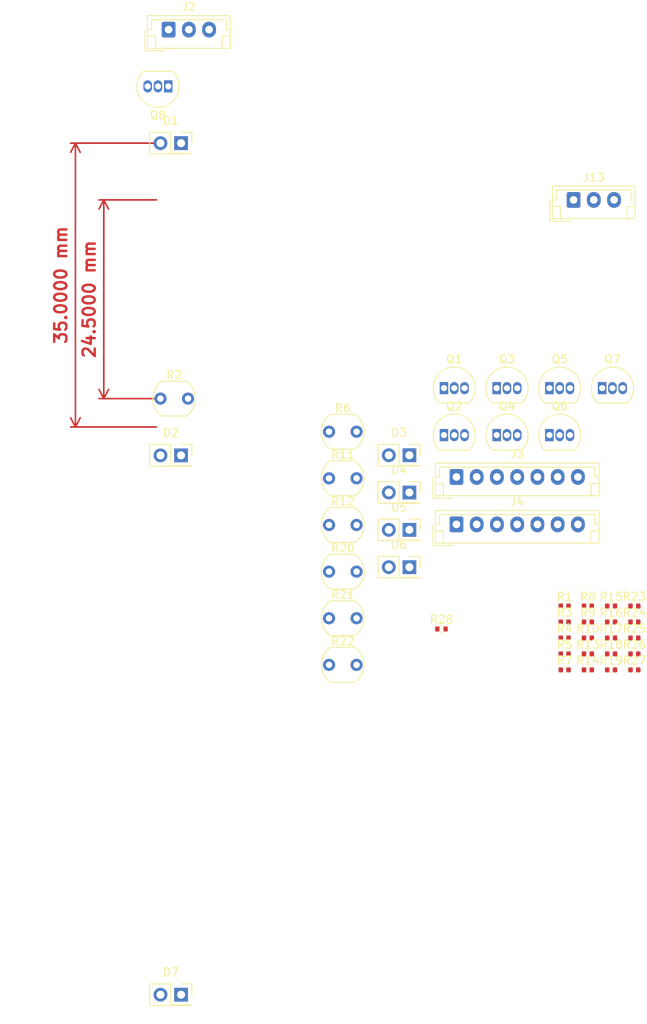
<source format=kicad_pcb>
(kicad_pcb (version 20240108) (generator "pcbnew") (generator_version "8.0")
  (layers (0 "F.Cu" signal) (31 "B.Cu" signal) (34 "B.Paste" user) (35 "F.Paste" user) (36 "B.SilkS" user "B.Silkscreen") (37 "F.SilkS" user "F.Silkscreen") (38 "B.Mask" user) (39 "F.Mask" user) (44 "Edge.Cuts" user))
  (net 0 "")
  (net 1 "GND")
  (net 2 "Net-(D2-A)")
  (net 3 "Net-(D3-A)")
  (net 4 "Net-(D4-A)")
  (net 5 "Net-(D5-A)")
  (net 6 "Net-(D6-A)")
  (net 7 "Net-(D7-A)")
  (net 8 "/Column_7_Rows/d3")
  (net 9 "/Column_7_Rows/d7")
  (net 10 "/Column_7_Rows/d5")
  (net 11 "/Column_7_Rows/d6")
  (net 12 "/Column_7_Rows/d1")
  (net 13 "/Column_7_Rows/d4")
  (net 14 "/Column_7_Rows/d2")
  (net 15 "/Column_7_Rows/Column_voltage")
  (net 16 "+3.3V")
  (net 17 "Net-(D1-A)")
  (net 18 "Net-(Q2-B)")
  (net 19 "Net-(Q3-B)")
  (net 20 "Net-(Q4-B)")
  (net 21 "Net-(Q5-B)")
  (net 22 "Net-(Q6-B)")
  (net 23 "Net-(Q7-B)")
  (net 24 "/Column_7_Rows/column_voltage")
  (net 25 "Net-(Q1-B)")
  (footprint "Capacitor_SMD:C_0402_1005Metric" (layer "F.Cu") (at 87.77 92.07)
    (property "Reference" "R8" (at 0 -1.16 0) (layer "F.SilkS"))
    (property "Value" "10k")
    (fp_line (start -0.107836 -0.36) (end 0.107836 -0.36) (stroke (width 0.12)) (layer "F.SilkS"))
    (fp_line (start -0.107836 0.36) (end 0.107836 0.36) (stroke (width 0.12)) (layer "F.SilkS"))
    (pad "1" smd roundrect (at -0.48 0) (size 0.56 0.62) (layers "F.Cu" "F.Paste" "F.Mask") (net 16 "+3.3V"))
    (pad "2" smd roundrect (at 0.48 0) (size 0.56 0.62) (layers "F.Cu" "F.Paste" "F.Mask") (net 14 "/Column_7_Rows/d2"))
  )
  (footprint "Connector_PinSocket_2.54mm:PinSocket_2x01_P2.54mm_Vertical" (layer "F.Cu") (at 65.73 87.28)
    (property "Reference" "D6" (at -1.27 -2.77 0) (layer "F.SilkS"))
    (property "Value" "LED")
    (fp_line (start -3.87 -1.33) (end -3.87 1.33) (stroke (width 0.12)) (layer "F.SilkS"))
    (fp_line (start -3.87 -1.33) (end -1.27 -1.33) (stroke (width 0.12)) (layer "F.SilkS"))
    (fp_line (start -3.87 1.33) (end 1.33 1.33) (stroke (width 0.12)) (layer "F.SilkS"))
    (fp_line (start -1.27 -1.33) (end -1.27 1.27) (stroke (width 0.12)) (layer "F.SilkS"))
    (fp_line (start -1.27 1.27) (end 1.33 1.27) (stroke (width 0.12)) (layer "F.SilkS"))
    (fp_line (start 0 -1.33) (end 1.33 -1.33) (stroke (width 0.12)) (layer "F.SilkS"))
    (fp_line (start 1.33 -1.33) (end 1.33 0) (stroke (width 0.12)) (layer "F.SilkS"))
    (fp_line (start 1.33 1.27) (end 1.33 1.33) (stroke (width 0.12)) (layer "F.SilkS"))
    (pad "1" thru_hole rect (at 0 0) (size 1.7 1.7) (drill 1) (layers "*.Cu" "*.Mask") (net 1 "GND"))
    (pad "2" thru_hole oval (at -2.54 0) (size 1.7 1.7) (drill 1) (layers "*.Cu" "*.Mask") (net 6 "Net-(D6-A)"))
  )
  (footprint "Package_TO_SOT_THT:TO-92_Inline" (layer "F.Cu") (at 83.02 71)
    (property "Reference" "Q6" (at 1.27 -3.56 0) (layer "F.SilkS"))
    (property "Value" "2N3904")
    (fp_line (start -0.53 1.85) (end 3.07 1.85) (stroke (width 0.12)) (layer "F.SilkS"))
    (fp_arc (start -0.568478 1.838478) (mid -1.132087 -0.994977) (end 1.27 -2.6) (stroke (width 0.12)) (layer "F.SilkS"))
    (fp_arc (start 1.27 -2.6) (mid 3.672087 -0.994977) (end 3.108478 1.838478) (stroke (width 0.12)) (layer "F.SilkS"))
    (pad "1" thru_hole rect (at 0 0) (size 1.05 1.5) (drill 0.75) (layers "*.Cu" "*.Mask") (net 1 "GND"))
    (pad "2" thru_hole oval (at 1.27 0) (size 1.05 1.5) (drill 0.75) (layers "*.Cu" "*.Mask") (net 22 "Net-(Q6-B)"))
    (pad "3" thru_hole oval (at 2.54 0) (size 1.05 1.5) (drill 0.75) (layers "*.Cu" "*.Mask") (net 11 "/Column_7_Rows/d6"))
  )
  (footprint "Package_TO_SOT_THT:TO-92_Inline" (layer "F.Cu") (at 83.02 65.21)
    (property "Reference" "Q5" (at 1.27 -3.56 0) (layer "F.SilkS"))
    (property "Value" "2N3904")
    (fp_line (start -0.53 1.85) (end 3.07 1.85) (stroke (width 0.12)) (layer "F.SilkS"))
    (fp_arc (start -0.568478 1.838478) (mid -1.132087 -0.994977) (end 1.27 -2.6) (stroke (width 0.12)) (layer "F.SilkS"))
    (fp_arc (start 1.27 -2.6) (mid 3.672087 -0.994977) (end 3.108478 1.838478) (stroke (width 0.12)) (layer "F.SilkS"))
    (pad "1" thru_hole rect (at 0 0) (size 1.05 1.5) (drill 0.75) (layers "*.Cu" "*.Mask") (net 1 "GND"))
    (pad "2" thru_hole oval (at 1.27 0) (size 1.05 1.5) (drill 0.75) (layers "*.Cu" "*.Mask") (net 21 "Net-(Q5-B)"))
    (pad "3" thru_hole oval (at 2.54 0) (size 1.05 1.5) (drill 0.75) (layers "*.Cu" "*.Mask") (net 10 "/Column_7_Rows/d5"))
  )
  (footprint "Package_TO_SOT_THT:TO-92_Inline" (layer "F.Cu") (at 70 65.21)
    (property "Reference" "Q1" (at 1.27 -3.56 0) (layer "F.SilkS"))
    (property "Value" "2N3904")
    (fp_line (start -0.53 1.85) (end 3.07 1.85) (stroke (width 0.12)) (layer "F.SilkS"))
    (fp_arc (start -0.568478 1.838478) (mid -1.132087 -0.994977) (end 1.27 -2.6) (stroke (width 0.12)) (layer "F.SilkS"))
    (fp_arc (start 1.27 -2.6) (mid 3.672087 -0.994977) (end 3.108478 1.838478) (stroke (width 0.12)) (layer "F.SilkS"))
    (pad "1" thru_hole rect (at 0 0) (size 1.05 1.5) (drill 0.75) (layers "*.Cu" "*.Mask") (net 1 "GND"))
    (pad "2" thru_hole oval (at 1.27 0) (size 1.05 1.5) (drill 0.75) (layers "*.Cu" "*.Mask") (net 25 "Net-(Q1-B)"))
    (pad "3" thru_hole oval (at 2.54 0) (size 1.05 1.5) (drill 0.75) (layers "*.Cu" "*.Mask") (net 12 "/Column_7_Rows/d1"))
  )
  (footprint "Package_TO_SOT_THT:TO-92_Inline" (layer "F.Cu") (at 89.53 65.21)
    (property "Reference" "Q7" (at 1.27 -3.56 0) (layer "F.SilkS"))
    (property "Value" "2N3904")
    (fp_line (start -0.53 1.85) (end 3.07 1.85) (stroke (width 0.12)) (layer "F.SilkS"))
    (fp_arc (start -0.568478 1.838478) (mid -1.132087 -0.994977) (end 1.27 -2.6) (stroke (width 0.12)) (layer "F.SilkS"))
    (fp_arc (start 1.27 -2.6) (mid 3.672087 -0.994977) (end 3.108478 1.838478) (stroke (width 0.12)) (layer "F.SilkS"))
    (pad "1" thru_hole rect (at 0 0) (size 1.05 1.5) (drill 0.75) (layers "*.Cu" "*.Mask") (net 1 "GND"))
    (pad "2" thru_hole oval (at 1.27 0) (size 1.05 1.5) (drill 0.75) (layers "*.Cu" "*.Mask") (net 23 "Net-(Q7-B)"))
    (pad "3" thru_hole oval (at 2.54 0) (size 1.05 1.5) (drill 0.75) (layers "*.Cu" "*.Mask") (net 9 "/Column_7_Rows/d7"))
  )
  (footprint "Connector_PinSocket_2.54mm:PinSocket_2x01_P2.54mm_Vertical" (layer "F.Cu") (at 37.54 140)
    (property "Reference" "D7" (at -1.27 -2.77 0) (layer "F.SilkS"))
    (property "Value" "LED")
    (fp_line (start -3.87 -1.33) (end -3.87 1.33) (stroke (width 0.12)) (layer "F.SilkS"))
    (fp_line (start -3.87 -1.33) (end -1.27 -1.33) (stroke (width 0.12)) (layer "F.SilkS"))
    (fp_line (start -3.87 1.33) (end 1.33 1.33) (stroke (width 0.12)) (layer "F.SilkS"))
    (fp_line (start -1.27 -1.33) (end -1.27 1.27) (stroke (width 0.12)) (layer "F.SilkS"))
    (fp_line (start -1.27 1.27) (end 1.33 1.27) (stroke (width 0.12)) (layer "F.SilkS"))
    (fp_line (start 0 -1.33) (end 1.33 -1.33) (stroke (width 0.12)) (layer "F.SilkS"))
    (fp_line (start 1.33 -1.33) (end 1.33 0) (stroke (width 0.12)) (layer "F.SilkS"))
    (fp_line (start 1.33 1.27) (end 1.33 1.33) (stroke (width 0.12)) (layer "F.SilkS"))
    (pad "1" thru_hole rect (at 0 0) (size 1.7 1.7) (drill 1) (layers "*.Cu" "*.Mask") (net 1 "GND"))
    (pad "2" thru_hole oval (at -2.54 0) (size 1.7 1.7) (drill 1) (layers "*.Cu" "*.Mask") (net 7 "Net-(D7-A)"))
  )
  (footprint "OptoDevice:R_LDR_5.1x4.3mm_P3.4mm_Vertical" (layer "F.Cu") (at 55.81 87.83)
    (property "Reference" "R20" (at 1.7 -2.9 0) (layer "F.SilkS"))
    (property "Value" "LDR07")
    (fp_line (start 0.15 -2.15) (end 3.2 -2.15) (stroke (width 0.12)) (layer "F.SilkS"))
    (fp_line (start 0.15 2.15) (end 3.2 2.15) (stroke (width 0.12)) (layer "F.SilkS"))
    (fp_arc (start 0.15 2.15) (mid -0.950438 -0.013368) (end 0.171766 -2.165525) (stroke (width 0.12)) (layer "F.SilkS"))
    (fp_arc (start 3.2 -2.15) (mid 4.321403 -0.027338) (end 3.244513 2.118249) (stroke (width 0.12)) (layer "F.SilkS"))
    (pad "1" thru_hole circle (at 0 0) (size 1.5 1.5) (drill 0.8) (layers "*.Cu" "*.Mask") (net 21 "Net-(Q5-B)"))
    (pad "2" thru_hole circle (at 3.4 0) (size 1.5 1.5) (drill 0.8) (layers "*.Cu" "*.Mask") (net 16 "+3.3V"))
  )
  (footprint "Capacitor_SMD:C_0402_1005Metric" (layer "F.Cu") (at 90.64 96.01)
    (property "Reference" "R17" (at 0 -1.16 0) (layer "F.SilkS"))
    (property "Value" "330")
    (fp_line (start -0.107836 -0.36) (end 0.107836 -0.36) (stroke (width 0.12)) (layer "F.SilkS"))
    (fp_line (start -0.107836 0.36) (end 0.107836 0.36) (stroke (width 0.12)) (layer "F.SilkS"))
    (pad "1" smd roundrect (at -0.48 0) (size 0.56 0.62) (layers "F.Cu" "F.Paste" "F.Mask") (net 24 "/Column_7_Rows/column_voltage"))
    (pad "2" smd roundrect (at 0.48 0) (size 0.56 0.62) (layers "F.Cu" "F.Paste" "F.Mask") (net 5 "Net-(D5-A)"))
  )
  (footprint "OptoDevice:R_LDR_5.1x4.3mm_P3.4mm_Vertical" (layer "F.Cu") (at 55.81 82.08)
    (property "Reference" "R12" (at 1.7 -2.9 0) (layer "F.SilkS"))
    (property "Value" "LDR07")
    (fp_line (start 0.15 -2.15) (end 3.2 -2.15) (stroke (width 0.12)) (layer "F.SilkS"))
    (fp_line (start 0.15 2.15) (end 3.2 2.15) (stroke (width 0.12)) (layer "F.SilkS"))
    (fp_arc (start 0.15 2.15) (mid -0.950438 -0.013368) (end 0.171766 -2.165525) (stroke (width 0.12)) (layer "F.SilkS"))
    (fp_arc (start 3.2 -2.15) (mid 4.321403 -0.027338) (end 3.244513 2.118249) (stroke (width 0.12)) (layer "F.SilkS"))
    (pad "1" thru_hole circle (at 0 0) (size 1.5 1.5) (drill 0.8) (layers "*.Cu" "*.Mask") (net 20 "Net-(Q4-B)"))
    (pad "2" thru_hole circle (at 3.4 0) (size 1.5 1.5) (drill 0.8) (layers "*.Cu" "*.Mask") (net 16 "+3.3V"))
  )
  (footprint "Resistor_SMD:R_0402_1005Metric" (layer "F.Cu") (at 69.69 94.91)
    (property "Reference" "R28" (at 0 -1.17 0) (layer "F.SilkS"))
    (property "Value" "10k")
    (fp_line (start -0.153641 -0.38) (end 0.153641 -0.38) (stroke (width 0.12)) (layer "F.SilkS"))
    (fp_line (start -0.153641 0.38) (end 0.153641 0.38) (stroke (width 0.12)) (layer "F.SilkS"))
    (pad "1" smd roundrect (at -0.51 0) (size 0.54 0.64) (layers "F.Cu" "F.Paste" "F.Mask") (net 16 "+3.3V"))
    (pad "2" smd roundrect (at 0.51 0) (size 0.54 0.64) (layers "F.Cu" "F.Paste" "F.Mask") (net 9 "/Column_7_Rows/d7"))
  )
  (footprint "Capacitor_SMD:C_0402_1005Metric" (layer "F.Cu") (at 93.51 97.98)
    (property "Reference" "R26" (at 0 -1.16 0) (layer "F.SilkS"))
    (property "Value" "10k")
    (fp_line (start -0.107836 -0.36) (end 0.107836 -0.36) (stroke (width 0.12)) (layer "F.SilkS"))
    (fp_line (start -0.107836 0.36) (end 0.107836 0.36) (stroke (width 0.12)) (layer "F.SilkS"))
    (pad "1" smd roundrect (at -0.48 0) (size 0.56 0.62) (layers "F.Cu" "F.Paste" "F.Mask") (net 16 "+3.3V"))
    (pad "2" smd roundrect (at 0.48 0) (size 0.56 0.62) (layers "F.Cu" "F.Paste" "F.Mask") (net 10 "/Column_7_Rows/d5"))
  )
  (footprint "Capacitor_SMD:C_0402_1005Metric" (layer "F.Cu") (at 87.77 99.95)
    (property "Reference" "R14" (at 0 -1.16 0) (layer "F.SilkS"))
    (property "Value" "10k")
    (fp_line (start -0.107836 -0.36) (end 0.107836 -0.36) (stroke (width 0.12)) (layer "F.SilkS"))
    (fp_line (start -0.107836 0.36) (end 0.107836 0.36) (stroke (width 0.12)) (layer "F.SilkS"))
    (pad "1" smd roundrect (at -0.48 0) (size 0.56 0.62) (layers "F.Cu" "F.Paste" "F.Mask") (net 20 "Net-(Q4-B)"))
    (pad "2" smd roundrect (at 0.48 0) (size 0.56 0.62) (layers "F.Cu" "F.Paste" "F.Mask") (net 1 "GND"))
  )
  (footprint "Capacitor_SMD:C_0402_1005Metric" (layer "F.Cu") (at 93.51 99.95)
    (property "Reference" "R27" (at 0 -1.16 0) (layer "F.SilkS"))
    (property "Value" "10k")
    (fp_line (start -0.107836 -0.36) (end 0.107836 -0.36) (stroke (width 0.12)) (layer "F.SilkS"))
    (fp_line (start -0.107836 0.36) (end 0.107836 0.36) (stroke (width 0.12)) (layer "F.SilkS"))
    (pad "1" smd roundrect (at -0.48 0) (size 0.56 0.62) (layers "F.Cu" "F.Paste" "F.Mask") (net 16 "+3.3V"))
    (pad "2" smd roundrect (at 0.48 0) (size 0.56 0.62) (layers "F.Cu" "F.Paste" "F.Mask") (net 11 "/Column_7_Rows/d6"))
  )
  (footprint "Capacitor_SMD:C_0402_1005Metric" (layer "F.Cu") (at 84.9 97.98)
    (property "Reference" "R5" (at 0 -1.16 0) (layer "F.SilkS"))
    (property "Value" "330")
    (fp_line (start -0.107836 -0.36) (end 0.107836 -0.36) (stroke (width 0.12)) (layer "F.SilkS"))
    (fp_line (start -0.107836 0.36) (end 0.107836 0.36) (stroke (width 0.12)) (layer "F.SilkS"))
    (pad "1" smd roundrect (at -0.48 0) (size 0.56 0.62) (layers "F.Cu" "F.Paste" "F.Mask") (net 24 "/Column_7_Rows/column_voltage"))
    (pad "2" smd roundrect (at 0.48 0) (size 0.56 0.62) (layers "F.Cu" "F.Paste" "F.Mask") (net 2 "Net-(D2-A)"))
  )
  (footprint "Capacitor_SMD:C_0402_1005Metric" (layer "F.Cu") (at 87.77 97.98)
    (property "Reference" "R13" (at 0 -1.16 0) (layer "F.SilkS"))
    (property "Value" "10k")
    (fp_line (start -0.107836 -0.36) (end 0.107836 -0.36) (stroke (width 0.12)) (layer "F.SilkS"))
    (fp_line (start -0.107836 0.36) (end 0.107836 0.36) (stroke (width 0.12)) (layer "F.SilkS"))
    (pad "1" smd roundrect (at -0.48 0) (size 0.56 0.62) (layers "F.Cu" "F.Paste" "F.Mask") (net 19 "Net-(Q3-B)"))
    (pad "2" smd roundrect (at 0.48 0) (size 0.56 0.62) (layers "F.Cu" "F.Paste" "F.Mask") (net 1 "GND"))
  )
  (footprint "Connector_JST:JST_EH_B7B-EH-A_1x07_P2.50mm_Vertical" (layer "F.Cu") (at 71.54 76.16)
    (property "Reference" "J3" (at 7.5 -2.8 0) (layer "F.SilkS"))
    (property "Value" "Conn_01x07_Socket")
    (fp_line (start -2.91 0.11) (end -2.91 2.61) (stroke (width 0.12)) (layer "F.SilkS"))
    (fp_line (start -2.91 2.61) (end -0.41 2.61) (stroke (width 0.12)) (layer "F.SilkS"))
    (fp_line (start -2.61 -1.71) (end -2.61 2.31) (stroke (width 0.12)) (layer "F.SilkS"))
    (fp_line (start -2.61 0) (end -2.11 0) (stroke (width 0.12)) (layer "F.SilkS"))
    (fp_line (start -2.61 0.81) (end -1.61 0.81) (stroke (width 0.12)) (layer "F.SilkS"))
    (fp_line (start -2.61 2.31) (end 17.61 2.31) (stroke (width 0.12)) (layer "F.SilkS"))
    (fp_line (start -2.11 -1.21) (end 17.11 -1.21) (stroke (width 0.12)) (layer "F.SilkS"))
    (fp_line (start -2.11 0) (end -2.11 -1.21) (stroke (width 0.12)) (layer "F.SilkS"))
    (fp_line (start -1.61 0.81) (end -1.61 2.31) (stroke (width 0.12)) (layer "F.SilkS"))
    (fp_line (start 16.61 0.81) (end 16.61 2.31) (stroke (width 0.12)) (layer "F.SilkS"))
    (fp_line (start 17.11 -1.21) (end 17.11 0) (stroke (width 0.12)) (layer "F.SilkS"))
    (fp_line (start 17.11 0) (end 17.61 0) (stroke (width 0.12)) (layer "F.SilkS"))
    (fp_line (start 17.61 -1.71) (end -2.61 -1.71) (stroke (width 0.12)) (layer "F.SilkS"))
    (fp_line (start 17.61 0.81) (end 16.61 0.81) (stroke (width 0.12)) (layer "F.SilkS"))
    (fp_line (start 17.61 2.31) (end 17.61 -1.71) (stroke (width 0.12)) (layer "F.SilkS"))
    (pad "1" thru_hole roundrect (at 0 0) (size 1.7 1.95) (drill 0.95) (layers "*.Cu" "*.Mask") (roundrect_rratio 0.147059) (net 12 "/Column_7_Rows/d1"))
    (pad "2" thru_hole oval (at 2.5 0) (size 1.7 1.95) (drill 0.95) (layers "*.Cu" "*.Mask") (net 14 "/Column_7_Rows/d2"))
    (pad "3" thru_hole oval (at 5 0) (size 1.7 1.95) (drill 0.95) (layers "*.Cu" "*.Mask") (net 8 "/Column_7_Rows/d3"))
    (pad "4" thru_hole oval (at 7.5 0) (size 1.7 1.95) (drill 0.95) (layers "*.Cu" "*.Mask") (net 13 "/Column_7_Rows/d4"))
    (pad "5" thru_hole oval (at 10 0) (size 1.7 1.95) (drill 0.95) (layers "*.Cu" "*.Mask") (net 10 "/Column_7_Rows/d5"))
    (pad "6" thru_hole oval (at 12.5 0) (size 1.7 1.95) (drill 0.95) (layers "*.Cu" "*.Mask") (net 11 "/Column_7_Rows/d6"))
    (pad "7" thru_hole oval (at 15 0) (size 1.7 1.95) (drill 0.95) (layers "*.Cu" "*.Mask") (net 9 "/Column_7_Rows/d7"))
  )
  (footprint "Package_TO_SOT_THT:TO-92_Inline" (layer "F.Cu") (at 76.51 71)
    (property "Reference" "Q4" (at 1.27 -3.56 0) (layer "F.SilkS"))
    (property "Value" "2N3904")
    (fp_line (start -0.53 1.85) (end 3.07 1.85) (stroke (width 0.12)) (layer "F.SilkS"))
    (fp_arc (start -0.568478 1.838478) (mid -1.132087 -0.994977) (end 1.27 -2.6) (stroke (width 0.12)) (layer "F.SilkS"))
    (fp_arc (start 1.27 -2.6) (mid 3.672087 -0.994977) (end 3.108478 1.838478) (stroke (width 0.12)) (layer "F.SilkS"))
    (pad "1" thru_hole rect (at 0 0) (size 1.05 1.5) (drill 0.75) (layers "*.Cu" "*.Mask") (net 1 "GND"))
    (pad "2" thru_hole oval (at 1.27 0) (size 1.05 1.5) (drill 0.75) (layers "*.Cu" "*.Mask") (net 20 "Net-(Q4-B)"))
    (pad "3" thru_hole oval (at 2.54 0) (size 1.05 1.5) (drill 0.75) (layers "*.Cu" "*.Mask") (net 13 "/Column_7_Rows/d4"))
  )
  (footprint "OptoDevice:R_LDR_5.1x4.3mm_P3.4mm_Vertical" (layer "F.Cu") (at 55.81 93.58)
    (property "Reference" "R21" (at 1.7 -2.9 0) (layer "F.SilkS"))
    (property "Value" "LDR07")
    (fp_line (start 0.15 -2.15) (end 3.2 -2.15) (stroke (width 0.12)) (layer "F.SilkS"))
    (fp_line (start 0.15 2.15) (end 3.2 2.15) (stroke (width 0.12)) (layer "F.SilkS"))
    (fp_arc (start 0.15 2.15) (mid -0.950438 -0.013368) (end 0.171766 -2.165525) (stroke (width 0.12)) (layer "F.SilkS"))
    (fp_arc (start 3.2 -2.15) (mid 4.321403 -0.027338) (end 3.244513 2.118249) (stroke (width 0.12)) (layer "F.SilkS"))
    (pad "1" thru_hole circle (at 0 0) (size 1.5 1.5) (drill 0.8) (layers "*.Cu" "*.Mask") (net 22 "Net-(Q6-B)"))
    (pad "2" thru_hole circle (at 3.4 0) (size 1.5 1.5) (drill 0.8) (layers "*.Cu" "*.Mask") (net 16 "+3.3V"))
  )
  (footprint "Capacitor_SMD:C_0402_1005Metric" (layer "F.Cu") (at 93.51 94.04)
    (property "Reference" "R24" (at 0 -1.16 0) (layer "F.SilkS"))
    (property "Value" "10k")
    (fp_line (start -0.107836 -0.36) (end 0.107836 -0.36) (stroke (width 0.12)) (layer "F.SilkS"))
    (fp_line (start -0.107836 0.36) (end 0.107836 0.36) (stroke (width 0.12)) (layer "F.SilkS"))
    (pad "1" smd roundrect (at -0.48 0) (size 0.56 0.62) (layers "F.Cu" "F.Paste" "F.Mask") (net 22 "Net-(Q6-B)"))
    (pad "2" smd roundrect (at 0.48 0) (size 0.56 0.62) (layers "F.Cu" "F.Paste" "F.Mask") (net 1 "GND"))
  )
  (footprint "Capacitor_SMD:C_0402_1005Metric" (layer "F.Cu") (at 87.77 94.04)
    (property "Reference" "R9" (at 0 -1.16 0) (layer "F.SilkS"))
    (property "Value" "330")
    (fp_line (start -0.107836 -0.36) (end 0.107836 -0.36) (stroke (width 0.12)) (layer "F.SilkS"))
    (fp_line (start -0.107836 0.36) (end 0.107836 0.36) (stroke (width 0.12)) (layer "F.SilkS"))
    (pad "1" smd roundrect (at -0.48 0) (size 0.56 0.62) (layers "F.Cu" "F.Paste" "F.Mask") (net 24 "/Column_7_Rows/column_voltage"))
    (pad "2" smd roundrect (at 0.48 0) (size 0.56 0.62) (layers "F.Cu" "F.Paste" "F.Mask") (net 3 "Net-(D3-A)"))
  )
  (footprint "Connector_JST:JST_EH_B3B-EH-A_1x03_P2.50mm_Vertical" (layer "F.Cu") (at 86 42)
    (property "Reference" "J13" (at 2.5 -2.8 0) (layer "F.SilkS"))
    (property "Value" "Conn_01x03_Pin")
    (fp_line (start -2.91 0.11) (end -2.91 2.61) (stroke (width 0.12)) (layer "F.SilkS"))
    (fp_line (start -2.91 2.61) (end -0.41 2.61) (stroke (width 0.12)) (layer "F.SilkS"))
    (fp_line (start -2.61 -1.71) (end -2.61 2.31) (stroke (width 0.12)) (layer "F.SilkS"))
    (fp_line (start -2.61 0) (end -2.11 0) (stroke (width 0.12)) (layer "F.SilkS"))
    (fp_line (start -2.61 0.81) (end -1.61 0.81) (stroke (width 0.12)) (layer "F.SilkS"))
    (fp_line (start -2.61 2.31) (end 7.61 2.31) (stroke (width 0.12)) (layer "F.SilkS"))
    (fp_line (start -2.11 -1.21) (end 7.11 -1.21) (stroke (width 0.12)) (layer "F.SilkS"))
    (fp_line (start -2.11 0) (end -2.11 -1.21) (stroke (width 0.12)) (layer "F.SilkS"))
    (fp_line (start -1.61 0.81) (end -1.61 2.31) (stroke (width 0.12)) (layer "F.SilkS"))
    (fp_line (start 6.61 0.81) (end 6.61 2.31) (stroke (width 0.12)) (layer "F.SilkS"))
    (fp_line (start 7.11 -1.21) (end 7.11 0) (stroke (width 0.12)) (layer "F.SilkS"))
    (fp_line (start 7.11 0) (end 7.61 0) (stroke (width 0.12)) (layer "F.SilkS"))
    (fp_line (start 7.61 -1.71) (end -2.61 -1.71) (stroke (width 0.12)) (layer "F.SilkS"))
    (fp_line (start 7.61 0.81) (end 6.61 0.81) (stroke (width 0.12)) (layer "F.SilkS"))
    (fp_line (start 7.61 2.31) (end 7.61 -1.71) (stroke (width 0.12)) (layer "F.SilkS"))
    (pad "1" thru_hole roundrect (at 0 0) (size 1.7 1.95) (drill 0.95) (layers "*.Cu" "*.Mask") (roundrect_rratio 0.147059) (net 1 "GND"))
    (pad "2" thru_hole oval (at 2.5 0) (size 1.7 1.95) (drill 0.95) (layers "*.Cu" "*.Mask") (net 24 "/Column_7_Rows/column_voltage"))
    (pad "3" thru_hole oval (at 5 0) (size 1.7 1.95) (drill 0.95) (layers "*.Cu" "*.Mask") (net 16 "+3.3V"))
  )
  (footprint "OptoDevice:R_LDR_5.1x4.3mm_P3.4mm_Vertical" (layer "F.Cu") (at 35 66.5)
    (property "Reference" "R2" (at 1.7 -2.9 0) (layer "F.SilkS"))
    (property "Value" "LDR07")
    (fp_line (start 0.15 -2.15) (end 3.2 -2.15) (stroke (width 0.12)) (layer "F.SilkS"))
    (fp_line (start 0.15 2.15) (end 3.2 2.15) (stroke (width 0.12)) (layer "F.SilkS"))
    (fp_arc (start 0.15 2.15) (mid -0.950438 -0.013368) (end 0.171766 -2.165525) (stroke (width 0.12)) (layer "F.SilkS"))
    (fp_arc (start 3.2 -2.15) (mid 4.321403 -0.027338) (end 3.244513 2.118249) (stroke (width 0.12)) (layer "F.SilkS"))
    (pad "1" thru_hole circle (at 0 0) (size 1.5 1.5) (drill 0.8) (layers "*.Cu" "*.Mask") (net 25 "Net-(Q1-B)"))
    (pad "2" thru_hole circle (at 3.4 0) (size 1.5 1.5) (drill 0.8) (layers "*.Cu" "*.Mask") (net 16 "+3.3V"))
  )
  (footprint "Connector_PinSocket_2.54mm:PinSocket_2x01_P2.54mm_Vertical" (layer "F.Cu") (at 65.73 78.08)
    (property "Reference" "D4" (at -1.27 -2.77 0) (layer "F.SilkS"))
    (property "Value" "LED")
    (fp_line (start -3.87 -1.33) (end -3.87 1.33) (stroke (width 0.12)) (layer "F.SilkS"))
    (fp_line (start -3.87 -1.33) (end -1.27 -1.33) (stroke (width 0.12)) (layer "F.SilkS"))
    (fp_line (start -3.87 1.33) (end 1.33 1.33) (stroke (width 0.12)) (layer "F.SilkS"))
    (fp_line (start -1.27 -1.33) (end -1.27 1.27) (stroke (width 0.12)) (layer "F.SilkS"))
    (fp_line (start -1.27 1.27) (end 1.33 1.27) (stroke (width 0.12)) (layer "F.SilkS"))
    (fp_line (start 0 -1.33) (end 1.33 -1.33) (stroke (width 0.12)) (layer "F.SilkS"))
    (fp_line (start 1.33 -1.33) (end 1.33 0) (stroke (width 0.12)) (layer "F.SilkS"))
    (fp_line (start 1.33 1.27) (end 1.33 1.33) (stroke (width 0.12)) (layer "F.SilkS"))
    (pad "1" thru_hole rect (at 0 0) (size 1.7 1.7) (drill 1) (layers "*.Cu" "*.Mask") (net 1 "GND"))
    (pad "2" thru_hole oval (at -2.54 0) (size 1.7 1.7) (drill 1) (layers "*.Cu" "*.Mask") (net 4 "Net-(D4-A)"))
  )
  (footprint "Package_TO_SOT_THT:TO-92_Inline" (layer "F.Cu") (at 35.96 28 180)
    (property "Reference" "Q8" (at 1.27 -3.56 360) (layer "F.SilkS"))
    (property "Value" "2N3904")
    (fp_line (start -0.53 1.85) (end 3.07 1.85) (stroke (width 0.12)) (layer "F.SilkS"))
    (fp_arc (start 1.27 -2.6) (mid 3.672087 -0.994977) (end 3.108478 1.838478) (stroke (width 0.12)) (layer "F.SilkS"))
    (fp_arc (start -0.568478 1.838478) (mid -1.132087 -0.994977) (end 1.27 -2.6) (stroke (width 0.12)) (layer "F.SilkS"))
    (pad "1" thru_hole rect (at 0 0 180) (size 1.05 1.5) (drill 0.75) (layers "*.Cu" "*.Mask") (net 1 "GND"))
    (pad "2" thru_hole oval (at 1.27 0 180) (size 1.05 1.5) (drill 0.75) (layers "*.Cu" "*.Mask") (net 15 "/Column_7_Rows/Column_voltage"))
    (pad "3" thru_hole oval (at 2.54 0 180) (size 1.05 1.5) (drill 0.75) (layers "*.Cu" "*.Mask") (net 24 "/Column_7_Rows/column_voltage"))
  )
  (footprint "Package_TO_SOT_THT:TO-92_Inline" (layer "F.Cu") (at 76.51 65.21)
    (property "Reference" "Q3" (at 1.27 -3.56 0) (layer "F.SilkS"))
    (property "Value" "2N3904")
    (fp_line (start -0.53 1.85) (end 3.07 1.85) (stroke (width 0.12)) (layer "F.SilkS"))
    (fp_arc (start -0.568478 1.838478) (mid -1.132087 -0.994977) (end 1.27 -2.6) (stroke (width 0.12)) (layer "F.SilkS"))
    (fp_arc (start 1.27 -2.6) (mid 3.672087 -0.994977) (end 3.108478 1.838478) (stroke (width 0.12)) (layer "F.SilkS"))
    (pad "1" thru_hole rect (at 0 0) (size 1.05 1.5) (drill 0.75) (layers "*.Cu" "*.Mask") (net 1 "GND"))
    (pad "2" thru_hole oval (at 1.27 0) (size 1.05 1.5) (drill 0.75) (layers "*.Cu" "*.Mask") (net 19 "Net-(Q3-B)"))
    (pad "3" thru_hole oval (at 2.54 0) (size 1.05 1.5) (drill 0.75) (layers "*.Cu" "*.Mask") (net 8 "/Column_7_Rows/d3"))
  )
  (footprint "Capacitor_SMD:C_0402_1005Metric" (layer "F.Cu") (at 87.77 96.01)
    (property "Reference" "R10" (at 0 -1.16 0) (layer "F.SilkS"))
    (property "Value" "330")
    (fp_line (start -0.107836 -0.36) (end 0.107836 -0.36) (stroke (width 0.12)) (layer "F.SilkS"))
    (fp_line (start -0.107836 0.36) (end 0.107836 0.36) (stroke (width 0.12)) (layer "F.SilkS"))
    (pad "1" smd roundrect (at -0.48 0) (size 0.56 0.62) (layers "F.Cu" "F.Paste" "F.Mask") (net 24 "/Column_7_Rows/column_voltage"))
    (pad "2" smd roundrect (at 0.48 0) (size 0.56 0.62) (layers "F.Cu" "F.Paste" "F.Mask") (net 4 "Net-(D4-A)"))
  )
  (footprint "Connector_PinSocket_2.54mm:PinSocket_2x01_P2.54mm_Vertical" (layer "F.Cu") (at 37.54 73.5)
    (property "Reference" "D2" (at -1.27 -2.77 0) (layer "F.SilkS"))
    (property "Value" "LED")
    (fp_line (start -3.87 -1.33) (end -3.87 1.33) (stroke (width 0.12)) (layer "F.SilkS"))
    (fp_line (start -3.87 -1.33) (end -1.27 -1.33) (stroke (width 0.12)) (layer "F.SilkS"))
    (fp_line (start -3.87 1.33) (end 1.33 1.33) (stroke (width 0.12)) (layer "F.SilkS"))
    (fp_line (start -1.27 -1.33) (end -1.27 1.27) (stroke (width 0.12)) (layer "F.SilkS"))
    (fp_line (start -1.27 1.27) (end 1.33 1.27) (stroke (width 0.12)) (layer "F.SilkS"))
    (fp_line (start 0 -1.33) (end 1.33 -1.33) (stroke (width 0.12)) (layer "F.SilkS"))
    (fp_line (start 1.33 -1.33) (end 1.33 0) (stroke (width 0.12)) (layer "F.SilkS"))
    (fp_line (start 1.33 1.27) (end 1.33 1.33) (stroke (width 0.12)) (layer "F.SilkS"))
    (pad "1" thru_hole rect (at 0 0) (size 1.7 1.7) (drill 1) (layers "*.Cu" "*.Mask") (net 1 "GND"))
    (pad "2" thru_hole oval (at -2.54 0) (size 1.7 1.7) (drill 1) (layers "*.Cu" "*.Mask") (net 2 "Net-(D2-A)"))
  )
  (footprint "Connector_PinSocket_2.54mm:PinSocket_2x01_P2.54mm_Vertical" (layer "F.Cu") (at 37.54 35)
    (property "Reference" "D1" (at -1.27 -2.77 0) (layer "F.SilkS"))
    (property "Value" "LED")
    (fp_line (start -3.87 -1.33) (end -3.87 1.33) (stroke (width 0.12)) (layer "F.SilkS"))
    (fp_line (start -3.87 -1.33) (end -1.27 -1.33) (stroke (width 0.12)) (layer "F.SilkS"))
    (fp_line (start -3.87 1.33) (end 1.33 1.33) (stroke (width 0.12)) (layer "F.SilkS"))
    (fp_line (start -1.27 -1.33) (end -1.27 1.27) (stroke (width 0.12)) (layer "F.SilkS"))
    (fp_line (start -1.27 1.27) (end 1.33 1.27) (stroke (width 0.12)) (layer "F.SilkS"))
    (fp_line (start 0 -1.33) (end 1.33 -1.33) (stroke (width 0.12)) (layer "F.SilkS"))
    (fp_line (start 1.33 -1.33) (end 1.33 0) (stroke (width 0.12)) (layer "F.SilkS"))
    (fp_line (start 1.33 1.27) (end 1.33 1.33) (stroke (width 0.12)) (layer "F.SilkS"))
    (pad "1" thru_hole rect (at 0 0) (size 1.7 1.7) (drill 1) (layers "*.Cu" "*.Mask") (net 1 "GND"))
    (pad "2" thru_hole oval (at -2.54 0) (size 1.7 1.7) (drill 1) (layers "*.Cu" "*.Mask") (net 17 "Net-(D1-A)"))
  )
  (footprint "Capacitor_SMD:C_0402_1005Metric" (layer "F.Cu") (at 90.64 99.95)
    (property "Reference" "R19" (at 0 -1.16 0) (layer "F.SilkS"))
    (property "Value" "330")
    (fp_line (start -0.107836 -0.36) (end 0.107836 -0.36) (stroke (width 0.12)) (layer "F.SilkS"))
    (fp_line (start -0.107836 0.36) (end 0.107836 0.36) (stroke (width 0.12)) (layer "F.SilkS"))
    (pad "1" smd roundrect (at -0.48 0) (size 0.56 0.62) (layers "F.Cu" "F.Paste" "F.Mask") (net 24 "/Column_7_Rows/column_voltage"))
    (pad "2" smd roundrect (at 0.48 0) (size 0.56 0.62) (layers "F.Cu" "F.Paste" "F.Mask") (net 7 "Net-(D7-A)"))
  )
  (footprint "OptoDevice:R_LDR_5.1x4.3mm_P3.4mm_Vertical" (layer "F.Cu") (at 55.81 99.33)
    (property "Reference" "R22" (at 1.7 -2.9 0) (layer "F.SilkS"))
    (property "Value" "LDR07")
    (fp_line (start 0.15 -2.15) (end 3.2 -2.15) (stroke (width 0.12)) (layer "F.SilkS"))
    (fp_line (start 0.15 2.15) (end 3.2 2.15) (stroke (width 0.12)) (layer "F.SilkS"))
    (fp_arc (start 0.15 2.15) (mid -0.950438 -0.013368) (end 0.171766 -2.165525) (stroke (width 0.12)) (layer "F.SilkS"))
    (fp_arc (start 3.2 -2.15) (mid 4.321403 -0.027338) (end 3.244513 2.118249) (stroke (width 0.12)) (layer "F.SilkS"))
    (pad "1" thru_hole circle (at 0 0) (size 1.5 1.5) (drill 0.8) (layers "*.Cu" "*.Mask") (net 23 "Net-(Q7-B)"))
    (pad "2" thru_hole circle (at 3.4 0) (size 1.5 1.5) (drill 0.8) (layers "*.Cu" "*.Mask") (net 16 "+3.3V"))
  )
  (footprint "Capacitor_SMD:C_0402_1005Metric" (layer "F.Cu") (at 84.9 92.07)
    (property "Reference" "R1" (at 0 -1.16 0) (layer "F.SilkS"))
    (property "Value" "330")
    (fp_line (start -0.107836 -0.36) (end 0.107836 -0.36) (stroke (width 0.12)) (layer "F.SilkS"))
    (fp_line (start -0.107836 0.36) (end 0.107836 0.36) (stroke (width 0.12)) (layer "F.SilkS"))
    (pad "1" smd roundrect (at -0.48 0) (size 0.56 0.62) (layers "F.Cu" "F.Paste" "F.Mask") (net 24 "/Column_7_Rows/column_voltage"))
    (pad "2" smd roundrect (at 0.48 0) (size 0.56 0.62) (layers "F.Cu" "F.Paste" "F.Mask") (net 17 "Net-(D1-A)"))
  )
  (footprint "Connector_PinSocket_2.54mm:PinSocket_2x01_P2.54mm_Vertical" (layer "F.Cu") (at 65.73 82.68)
    (property "Reference" "D5" (at -1.27 -2.77 0) (layer "F.SilkS"))
    (property "Value" "LED")
    (fp_line (start -3.87 -1.33) (end -3.87 1.33) (stroke (width 0.12)) (layer "F.SilkS"))
    (fp_line (start -3.87 -1.33) (end -1.27 -1.33) (stroke (width 0.12)) (layer "F.SilkS"))
    (fp_line (start -3.87 1.33) (end 1.33 1.33) (stroke (width 0.12)) (layer "F.SilkS"))
    (fp_line (start -1.27 -1.33) (end -1.27 1.27) (stroke (width 0.12)) (layer "F.SilkS"))
    (fp_line (start -1.27 1.27) (end 1.33 1.27) (stroke (width 0.12)) (layer "F.SilkS"))
    (fp_line (start 0 -1.33) (end 1.33 -1.33) (stroke (width 0.12)) (layer "F.SilkS"))
    (fp_line (start 1.33 -1.33) (end 1.33 0) (stroke (width 0.12)) (layer "F.SilkS"))
    (fp_line (start 1.33 1.27) (end 1.33 1.33) (stroke (width 0.12)) (layer "F.SilkS"))
    (pad "1" thru_hole rect (at 0 0) (size 1.7 1.7) (drill 1) (layers "*.Cu" "*.Mask") (net 1 "GND"))
    (pad "2" thru_hole oval (at -2.54 0) (size 1.7 1.7) (drill 1) (layers "*.Cu" "*.Mask") (net 5 "Net-(D5-A)"))
  )
  (footprint "Capacitor_SMD:C_0402_1005Metric" (layer "F.Cu") (at 93.51 96.01)
    (property "Reference" "R25" (at 0 -1.16 0) (layer "F.SilkS"))
    (property "Value" "10k")
    (fp_line (start -0.107836 -0.36) (end 0.107836 -0.36) (stroke (width 0.12)) (layer "F.SilkS"))
    (fp_line (start -0.107836 0.36) (end 0.107836 0.36) (stroke (width 0.12)) (layer "F.SilkS"))
    (pad "1" smd roundrect (at -0.48 0) (size 0.56 0.62) (layers "F.Cu" "F.Paste" "F.Mask") (net 23 "Net-(Q7-B)"))
    (pad "2" smd roundrect (at 0.48 0) (size 0.56 0.62) (layers "F.Cu" "F.Paste" "F.Mask") (net 1 "GND"))
  )
  (footprint "OptoDevice:R_LDR_5.1x4.3mm_P3.4mm_Vertical" (layer "F.Cu") (at 55.81 76.33)
    (property "Reference" "R11" (at 1.7 -2.9 0) (layer "F.SilkS"))
    (property "Value" "LDR07")
    (fp_line (start 0.15 -2.15) (end 3.2 -2.15) (stroke (width 0.12)) (layer "F.SilkS"))
    (fp_line (start 0.15 2.15) (end 3.2 2.15) (stroke (width 0.12)) (layer "F.SilkS"))
    (fp_arc (start 0.15 2.15) (mid -0.950438 -0.013368) (end 0.171766 -2.165525) (stroke (width 0.12)) (layer "F.SilkS"))
    (fp_arc (start 3.2 -2.15) (mid 4.321403 -0.027338) (end 3.244513 2.118249) (stroke (width 0.12)) (layer "F.SilkS"))
    (pad "1" thru_hole circle (at 0 0) (size 1.5 1.5) (drill 0.8) (layers "*.Cu" "*.Mask") (net 19 "Net-(Q3-B)"))
    (pad "2" thru_hole circle (at 3.4 0) (size 1.5 1.5) (drill 0.8) (layers "*.Cu" "*.Mask") (net 16 "+3.3V"))
  )
  (footprint "Capacitor_SMD:C_0402_1005Metric" (layer "F.Cu") (at 90.64 97.98)
    (property "Reference" "R18" (at 0 -1.16 0) (layer "F.SilkS"))
    (property "Value" "330")
    (fp_line (start -0.107836 -0.36) (end 0.107836 -0.36) (stroke (width 0.12)) (layer "F.SilkS"))
    (fp_line (start -0.107836 0.36) (end 0.107836 0.36) (stroke (width 0.12)) (layer "F.SilkS"))
    (pad "1" smd roundrect (at -0.48 0) (size 0.56 0.62) (layers "F.Cu" "F.Paste" "F.Mask") (net 24 "/Column_7_Rows/column_voltage"))
    (pad "2" smd roundrect (at 0.48 0) (size 0.56 0.62) (layers "F.Cu" "F.Paste" "F.Mask") (net 6 "Net-(D6-A)"))
  )
  (footprint "Connector_JST:JST_EH_B7B-EH-A_1x07_P2.50mm_Vertical" (layer "F.Cu") (at 71.54 82.01)
    (property "Reference" "J4" (at 7.5 -2.8 0) (layer "F.SilkS"))
    (property "Value" "Conn_01x07_Socket")
    (fp_line (start -2.91 0.11) (end -2.91 2.61) (stroke (width 0.12)) (layer "F.SilkS"))
    (fp_line (start -2.91 2.61) (end -0.41 2.61) (stroke (width 0.12)) (layer "F.SilkS"))
    (fp_line (start -2.61 -1.71) (end -2.61 2.31) (stroke (width 0.12)) (layer "F.SilkS"))
    (fp_line (start -2.61 0) (end -2.11 0) (stroke (width 0.12)) (layer "F.SilkS"))
    (fp_line (start -2.61 0.81) (end -1.61 0.81) (stroke (width 0.12)) (layer "F.SilkS"))
    (fp_line (start -2.61 2.31) (end 17.61 2.31) (stroke (width 0.12)) (layer "F.SilkS"))
    (fp_line (start -2.11 -1.21) (end 17.11 -1.21) (stroke (width 0.12)) (layer "F.SilkS"))
    (fp_line (start -2.11 0) (end -2.11 -1.21) (stroke (width 0.12)) (layer "F.SilkS"))
    (fp_line (start -1.61 0.81) (end -1.61 2.31) (stroke (width 0.12)) (layer "F.SilkS"))
    (fp_line (start 16.61 0.81) (end 16.61 2.31) (stroke (width 0.12)) (layer "F.SilkS"))
    (fp_line (start 17.11 -1.21) (end 17.11 0) (stroke (width 0.12)) (layer "F.SilkS"))
    (fp_line (start 17.11 0) (end 17.61 0) (stroke (width 0.12)) (layer "F.SilkS"))
    (fp_line (start 17.61 -1.71) (end -2.61 -1.71) (stroke (width 0.12)) (layer "F.SilkS"))
    (fp_line (start 17.61 0.81) (end 16.61 0.81) (stroke (width 0.12)) (layer "F.SilkS"))
    (fp_line (start 17.61 2.31) (end 17.61 -1.71) (stroke (width 0.12)) (layer "F.SilkS"))
    (pad "1" thru_hole roundrect (at 0 0) (size 1.7 1.95) (drill 0.95) (layers "*.Cu" "*.Mask") (roundrect_rratio 0.147059) (net 12 "/Column_7_Rows/d1"))
    (pad "2" thru_hole oval (at 2.5 0) (size 1.7 1.95) (drill 0.95) (layers "*.Cu" "*.Mask") (net 14 "/Column_7_Rows/d2"))
    (pad "3" thru_hole oval (at 5 0) (size 1.7 1.95) (drill 0.95) (layers "*.Cu" "*.Mask") (net 8 "/Column_7_Rows/d3"))
    (pad "4" thru_hole oval (at 7.5 0) (size 1.7 1.95) (drill 0.95) (layers "*.Cu" "*.Mask") (net 13 "/Column_7_Rows/d4"))
    (pad "5" thru_hole oval (at 10 0) (size 1.7 1.95) (drill 0.95) (layers "*.Cu" "*.Mask") (net 10 "/Column_7_Rows/d5"))
    (pad "6" thru_hole oval (at 12.5 0) (size 1.7 1.95) (drill 0.95) (layers "*.Cu" "*.Mask") (net 11 "/Column_7_Rows/d6"))
    (pad "7" thru_hole oval (at 15 0) (size 1.7 1.95) (drill 0.95) (layers "*.Cu" "*.Mask") (net 9 "/Column_7_Rows/d7"))
  )
  (footprint "Capacitor_SMD:C_0402_1005Metric" (layer "F.Cu") (at 84.9 94.04)
    (property "Reference" "R3" (at 0 -1.16 0) (layer "F.SilkS"))
    (property "Value" "10k")
    (fp_line (start -0.107836 -0.36) (end 0.107836 -0.36) (stroke (width 0.12)) (layer "F.SilkS"))
    (fp_line (start -0.107836 0.36) (end 0.107836 0.36) (stroke (width 0.12)) (layer "F.SilkS"))
    (pad "1" smd roundrect (at -0.48 0) (size 0.56 0.62) (layers "F.Cu" "F.Paste" "F.Mask") (net 25 "Net-(Q1-B)"))
    (pad "2" smd roundrect (at 0.48 0) (size 0.56 0.62) (layers "F.Cu" "F.Paste" "F.Mask") (net 1 "GND"))
  )
  (footprint "Package_TO_SOT_THT:TO-92_Inline" (layer "F.Cu") (at 70 71)
    (property "Reference" "Q2" (at 1.27 -3.56 0) (layer "F.SilkS"))
    (property "Value" "2N3904")
    (fp_line (start -0.53 1.85) (end 3.07 1.85) (stroke (width 0.12)) (layer "F.SilkS"))
    (fp_arc (start -0.568478 1.838478) (mid -1.132087 -0.994977) (end 1.27 -2.6) (stroke (width 0.12)) (layer "F.SilkS"))
    (fp_arc (start 1.27 -2.6) (mid 3.672087 -0.994977) (end 3.108478 1.838478) (stroke (width 0.12)) (layer "F.SilkS"))
    (pad "1" thru_hole rect (at 0 0) (size 1.05 1.5) (drill 0.75) (layers "*.Cu" "*.Mask") (net 1 "GND"))
    (pad "2" thru_hole oval (at 1.27 0) (size 1.05 1.5) (drill 0.75) (layers "*.Cu" "*.Mask") (net 18 "Net-(Q2-B)"))
    (pad "3" thru_hole oval (at 2.54 0) (size 1.05 1.5) (drill 0.75) (layers "*.Cu" "*.Mask") (net 14 "/Column_7_Rows/d2"))
  )
  (footprint "OptoDevice:R_LDR_5.1x4.3mm_P3.4mm_Vertical" (layer "F.Cu") (at 55.81 70.58)
    (property "Reference" "R6" (at 1.7 -2.9 0) (layer "F.SilkS"))
    (property "Value" "LDR07")
    (fp_line (start 0.15 -2.15) (end 3.2 -2.15) (stroke (width 0.12)) (layer "F.SilkS"))
    (fp_line (start 0.15 2.15) (end 3.2 2.15) (stroke (width 0.12)) (layer "F.SilkS"))
    (fp_arc (start 0.15 2.15) (mid -0.950438 -0.013368) (end 0.171766 -2.165525) (stroke (width 0.12)) (layer "F.SilkS"))
    (fp_arc (start 3.2 -2.15) (mid 4.321403 -0.027338) (end 3.244513 2.118249) (stroke (width 0.12)) (layer "F.SilkS"))
    (pad "1" thru_hole circle (at 0 0) (size 1.5 1.5) (drill 0.8) (layers "*.Cu" "*.Mask") (net 18 "Net-(Q2-B)"))
    (pad "2" thru_hole circle (at 3.4 0) (size 1.5 1.5) (drill 0.8) (layers "*.Cu" "*.Mask") (net 16 "+3.3V"))
  )
  (footprint "Capacitor_SMD:C_0402_1005Metric" (layer "F.Cu") (at 90.64 92.07)
    (property "Reference" "R15" (at 0 -1.16 0) (layer "F.SilkS"))
    (property "Value" "10k")
    (fp_line (start -0.107836 -0.36) (end 0.107836 -0.36) (stroke (width 0.12)) (layer "F.SilkS"))
    (fp_line (start -0.107836 0.36) (end 0.107836 0.36) (stroke (width 0.12)) (layer "F.SilkS"))
    (pad "1" smd roundrect (at -0.48 0) (size 0.56 0.62) (layers "F.Cu" "F.Paste" "F.Mask") (net 16 "+3.3V"))
    (pad "2" smd roundrect (at 0.48 0) (size 0.56 0.62) (layers "F.Cu" "F.Paste" "F.Mask") (net 8 "/Column_7_Rows/d3"))
  )
  (footprint "Connector_PinSocket_2.54mm:PinSocket_2x01_P2.54mm_Vertical" (layer "F.Cu") (at 65.73 73.48)
    (property "Reference" "D3" (at -1.27 -2.77 0) (layer "F.SilkS"))
    (property "Value" "LED")
    (fp_line (start -3.87 -1.33) (end -3.87 1.33) (stroke (width 0.12)) (layer "F.SilkS"))
    (fp_line (start -3.87 -1.33) (end -1.27 -1.33) (stroke (width 0.12)) (layer "F.SilkS"))
    (fp_line (start -3.87 1.33) (end 1.33 1.33) (stroke (width 0.12)) (layer "F.SilkS"))
    (fp_line (start -1.27 -1.33) (end -1.27 1.27) (stroke (width 0.12)) (layer "F.SilkS"))
    (fp_line (start -1.27 1.27) (end 1.33 1.27) (stroke (width 0.12)) (layer "F.SilkS"))
    (fp_line (start 0 -1.33) (end 1.33 -1.33) (stroke (width 0.12)) (layer "F.SilkS"))
    (fp_line (start 1.33 -1.33) (end 1.33 0) (stroke (width 0.12)) (layer "F.SilkS"))
    (fp_line (start 1.33 1.27) (end 1.33 1.33) (stroke (width 0.12)) (layer "F.SilkS"))
    (pad "1" thru_hole rect (at 0 0) (size 1.7 1.7) (drill 1) (layers "*.Cu" "*.Mask") (net 1 "GND"))
    (pad "2" thru_hole oval (at -2.54 0) (size 1.7 1.7) (drill 1) (layers "*.Cu" "*.Mask") (net 3 "Net-(D3-A)"))
  )
  (footprint "Capacitor_SMD:C_0402_1005Metric" (layer "F.Cu") (at 84.9 96.01)
    (property "Reference" "R4" (at 0 -1.16 0) (layer "F.SilkS"))
    (property "Value" "10k")
    (fp_line (start -0.107836 -0.36) (end 0.107836 -0.36) (stroke (width 0.12)) (layer "F.SilkS"))
    (fp_line (start -0.107836 0.36) (end 0.107836 0.36) (stroke (width 0.12)) (layer "F.SilkS"))
    (pad "1" smd roundrect (at -0.48 0) (size 0.56 0.62) (layers "F.Cu" "F.Paste" "F.Mask") (net 16 "+3.3V"))
    (pad "2" smd roundrect (at 0.48 0) (size 0.56 0.62) (layers "F.Cu" "F.Paste" "F.Mask") (net 12 "/Column_7_Rows/d1"))
  )
  (footprint "Connector_JST:JST_EH_B3B-EH-A_1x03_P2.50mm_Vertical" (layer "F.Cu") (at 36 21)
    (property "Reference" "J2" (at 2.5 -2.8 0) (layer "F.SilkS"))
    (property "Value" "Conn_01x03_Pin")
    (fp_line (start -2.91 0.11) (end -2.91 2.61) (stroke (width 0.12)) (layer "F.SilkS"))
    (fp_line (start -2.91 2.61) (end -0.41 2.61) (stroke (width 0.12)) (layer "F.SilkS"))
    (fp_line (start -2.61 -1.71) (end -2.61 2.31) (stroke (width 0.12)) (layer "F.SilkS"))
    (fp_line (start -2.61 0) (end -2.11 0) (stroke (width 0.12)) (layer "F.SilkS"))
    (fp_line (start -2.61 0.81) (end -1.61 0.81) (stroke (width 0.12)) (layer "F.SilkS"))
    (fp_line (start -2.61 2.31) (end 7.61 2.31) (stroke (width 0.12)) (layer "F.SilkS"))
    (fp_line (start -2.11 -1.21) (end 7.11 -1.21) (stroke (width 0.12)) (layer "F.SilkS"))
    (fp_line (start -2.11 0) (end -2.11 -1.21) (stroke (width 0.12)) (layer "F.SilkS"))
    (fp_line (start -1.61 0.81) (end -1.61 2.31) (stroke (width 0.12)) (layer "F.SilkS"))
    (fp_line (start 6.61 0.81) (end 6.61 2.31) (stroke (width 0.12)) (layer "F.SilkS"))
    (fp_line (start 7.11 -1.21) (end 7.11 0) (stroke (width 0.12)) (layer "F.SilkS"))
    (fp_line (start 7.11 0) (end 7.61 0) (stroke (width 0.12)) (layer "F.SilkS"))
    (fp_line (start 7.61 -1.71) (end -2.61 -1.71) (stroke (width 0.12)) (layer "F.SilkS"))
    (fp_line (start 7.61 0.81) (end 6.61 0.81) (stroke (width 0.12)) (layer "F.SilkS"))
    (fp_line (start 7.61 2.31) (end 7.61 -1.71) (stroke (width 0.12)) (layer "F.SilkS"))
    (pad "1" thru_hole roundrect (at 0 0) (size 1.7 1.95) (drill 0.95) (layers "*.Cu" "*.Mask") (roundrect_rratio 0.147059) (net 1 "GND"))
    (pad "2" thru_hole oval (at 2.5 0) (size 1.7 1.95) (drill 0.95) (layers "*.Cu" "*.Mask") (net 15 "/Column_7_Rows/Column_voltage"))
    (pad "3" thru_hole oval (at 5 0) (size 1.7 1.95) (drill 0.95) (layers "*.Cu" "*.Mask") (net 16 "+3.3V"))
  )
  (footprint "Capacitor_SMD:C_0402_1005Metric" (layer "F.Cu") (at 93.51 92.07)
    (property "Reference" "R23" (at 0 -1.16 0) (layer "F.SilkS"))
    (property "Value" "10k")
    (fp_line (start -0.107836 -0.36) (end 0.107836 -0.36) (stroke (width 0.12)) (layer "F.SilkS"))
    (fp_line (start -0.107836 0.36) (end 0.107836 0.36) (stroke (width 0.12)) (layer "F.SilkS"))
    (pad "1" smd roundrect (at -0.48 0) (size 0.56 0.62) (layers "F.Cu" "F.Paste" "F.Mask") (net 21 "Net-(Q5-B)"))
    (pad "2" smd roundrect (at 0.48 0) (size 0.56 0.62) (layers "F.Cu" "F.Paste" "F.Mask") (net 1 "GND"))
  )
  (footprint "Capacitor_SMD:C_0402_1005Metric" (layer "F.Cu") (at 90.64 94.04)
    (property "Reference" "R16" (at 0 -1.16 0) (layer "F.SilkS"))
    (property "Value" "10k")
    (fp_line (start -0.107836 -0.36) (end 0.107836 -0.36) (stroke (width 0.12)) (layer "F.SilkS"))
    (fp_line (start -0.107836 0.36) (end 0.107836 0.36) (stroke (width 0.12)) (layer "F.SilkS"))
    (pad "1" smd roundrect (at -0.48 0) (size 0.56 0.62) (layers "F.Cu" "F.Paste" "F.Mask") (net 16 "+3.3V"))
    (pad "2" smd roundrect (at 0.48 0) (size 0.56 0.62) (layers "F.Cu" "F.Paste" "F.Mask") (net 13 "/Column_7_Rows/d4"))
  )
  (footprint "Capacitor_SMD:C_0402_1005Metric" (layer "F.Cu") (at 84.9 99.95)
    (property "Reference" "R7" (at 0 -1.16 0) (layer "F.SilkS"))
    (property "Value" "10k")
    (fp_line (start -0.107836 -0.36) (end 0.107836 -0.36) (stroke (width 0.12)) (layer "F.SilkS"))
    (fp_line (start -0.107836 0.36) (end 0.107836 0.36) (stroke (width 0.12)) (layer "F.SilkS"))
    (pad "1" smd roundrect (at -0.48 0) (size 0.56 0.62) (layers "F.Cu" "F.Paste" "F.Mask") (net 18 "Net-(Q2-B)"))
    (pad "2" smd roundrect (at 0.48 0) (size 0.56 0.62) (layers "F.Cu" "F.Paste" "F.Mask") (net 1 "GND"))
  )
  (dimension (type aligned) (layer "F.Cu") (pts (xy 35 42) (xy 35 66.5)) (height 7) (gr_text "24.5000 mm" (at 26.2 54.25 90) (layer "F.Cu") (effects (font (size 1.5 1.5) (thickness 0.3)))) (format (prefix "") (suffix "") (units 3) (units_format 1) (precision 4)) (style (thickness 0.2) (arrow_length 1.27) (text_position_mode 0) (extension_height 0.58642) (extension_offset 0.5) keep_text_aligned))
  (dimension (type aligned) (layer "F.Cu") (pts (xy 35 35) (xy 35 70)) (height 10.5) (gr_text "35.0000 mm" (at 22.7 52.5 90) (layer "F.Cu") (effects (font (size 1.5 1.5) (thickness 0.3)))) (format (prefix "") (suffix "") (units 3) (units_format 1) (precision 4)) (style (thickness 0.2) (arrow_length 1.27) (text_position_mode 0) (extension_height 0.58642) (extension_offset 0.5) keep_text_aligned))
)
</source>
